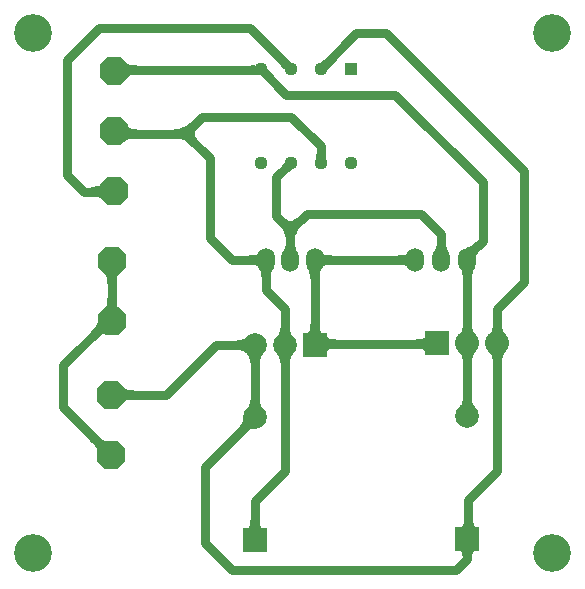
<source format=gbl>
%FSDAX23Y23*%
%MOIN*%
%SFA1B1*%

%IPPOS*%
%AMD12*
4,1,8,-0.047200,-0.019500,-0.019500,-0.047200,0.019500,-0.047200,0.047200,-0.019500,0.047200,0.019500,0.019500,0.047200,-0.019500,0.047200,-0.047200,0.019500,-0.047200,-0.019500,0.0*
%
%ADD10C,0.125980*%
%ADD11C,0.044490*%
G04~CAMADD=12~4~0.0~0.0~944.9~944.9~0.0~276.7~0~0.0~0.0~0.0~0.0~0~0.0~0.0~0.0~0.0~0~0.0~0.0~0.0~135.0~944.9~944.9*
%ADD12D12*%
%ADD13C,0.078740*%
%ADD14R,0.078740X0.078740*%
%ADD15R,0.044490X0.044490*%
%ADD16R,0.080320X0.080320*%
%ADD17C,0.080320*%
%ADD18R,0.079130X0.079130*%
%ADD19C,0.079130*%
%ADD20O,0.059060X0.078740*%
%ADD21O,0.059060X0.078740*%
%ADD22C,0.030000*%
%LNpcb1-1*%
%LPD*%
G36*
X00397Y00960D02*
X00398Y00949D01*
X00399Y00944*
X00400Y00940*
X00402Y00937*
X00404Y00934*
X00406Y00932*
X00408Y00931*
X00411Y00931*
X00351*
X00354Y00931*
X00357Y00932*
X00359Y00934*
X00361Y00937*
X00363Y00940*
X00364Y00944*
X00365Y00949*
X00366Y00954*
X00366Y00960*
X00366Y00967*
X00396*
X00397Y00960*
G37*
G36*
X01073Y00874D02*
X01074Y00869D01*
X01074Y00865*
X01075Y00861*
X01077Y00857*
X01078Y00855*
X01080Y00853*
X01083Y00851*
X01085Y00850*
X01088Y00850*
X01028*
X01031Y00850*
X01033Y00851*
X01036Y00853*
X01038Y00855*
X01039Y00857*
X01041Y00861*
X01042Y00865*
X01042Y00869*
X01043Y00874*
X01043Y00880*
X01073*
X01073Y00874*
G37*
G36*
X01682Y00876D02*
X01682Y00872D01*
X01683Y00868*
X01684Y00865*
X01685Y00862*
X01686Y00858*
X01688Y00855*
X01690Y00852*
X01692Y00850*
X01695Y00847*
X01638*
X01641Y00850*
X01643Y00852*
X01645Y00855*
X01647Y00858*
X01648Y00862*
X01649Y00865*
X01650Y00868*
X01651Y00872*
X01651Y00876*
X01651Y00880*
X01681*
X01682Y00876*
G37*
G36*
X01582D02*
X01582Y00872D01*
X01583Y00868*
X01584Y00865*
X01585Y00862*
X01586Y00858*
X01588Y00855*
X01590Y00852*
X01592Y00850*
X01595Y00847*
X01538*
X01541Y00850*
X01543Y00852*
X01545Y00855*
X01547Y00858*
X01548Y00862*
X01549Y00865*
X01550Y00868*
X01551Y00872*
X01551Y00876*
X01551Y00880*
X01581*
X01582Y00876*
G37*
G36*
X00362Y00843D02*
X00360Y00845D01*
X00358Y00847*
X00356Y00848*
X00353Y00848*
X00350Y00847*
X00346Y00845*
X00342Y00843*
X00338Y00839*
X00333Y00835*
X00328Y00830*
X00313Y00858*
X00318Y00863*
X00327Y00873*
X00330Y00878*
X00332Y00882*
X00334Y00887*
X00335Y00890*
X00336Y00894*
X00335Y00897*
X00334Y00900*
X00362Y00843*
G37*
G36*
X00974Y00867D02*
X00974Y00863D01*
X00975Y00860*
X00976Y00856*
X00977Y00853*
X00978Y00850*
X00980Y00847*
X00982Y00844*
X00984Y00841*
X00986Y00839*
X00931*
X00933Y00841*
X00935Y00844*
X00937Y00847*
X00939Y00850*
X00940Y00853*
X00942Y00856*
X00942Y00860*
X00943Y00863*
X00943Y00867*
X00944Y00871*
X00974*
X00974Y00867*
G37*
G36*
X01427Y00784D02*
X01426Y00787D01*
X01425Y00790*
X01424Y00792*
X01422Y00794*
X01419Y00796*
X01416Y00797*
X01412Y00798*
X01407Y00799*
X01402Y00799*
X01396Y00799*
Y00829*
X01402Y00830*
X01407Y00830*
X01412Y00831*
X01416Y00832*
X01419Y00833*
X01422Y00835*
X01424Y00837*
X01425Y00839*
X01426Y00842*
X01427Y00844*
Y00784*
G37*
G36*
X01098Y00842D02*
X01099Y00839D01*
X01101Y00837*
X01103Y00835*
X01105Y00833*
X01109Y00832*
X01113Y00831*
X01117Y00830*
X01122Y00830*
X01128Y00829*
Y00799*
X01122Y00799*
X01117Y00799*
X01113Y00798*
X01109Y00797*
X01105Y00796*
X01103Y00794*
X01101Y00792*
X01099Y00790*
X01098Y00787*
X01098Y00784*
Y00844*
X01098Y00842*
G37*
G36*
X00830Y00783D02*
X00828Y00785D01*
X00825Y00787*
X00822Y00789*
X00819Y00791*
X00816Y00792*
X00813Y00793*
X00809Y00794*
X00806Y00795*
X00802Y00795*
X00798Y00796*
Y00826*
X00802Y00826*
X00806Y00826*
X00809Y00827*
X00813Y00828*
X00816Y00829*
X00819Y00830*
X00822Y00832*
X00825Y00834*
X00828Y00836*
X00830Y00838*
Y00783*
G37*
G36*
X01692Y00787D02*
X01690Y00784D01*
X01688Y00781*
X01686Y00778*
X01685Y00775*
X01684Y00772*
X01683Y00768*
X01682Y00765*
X01682Y00761*
X01681Y00757*
X01651*
X01651Y00761*
X01651Y00765*
X01650Y00768*
X01649Y00772*
X01648Y00775*
X01647Y00778*
X01645Y00781*
X01643Y00784*
X01641Y00787*
X01638Y00790*
X01695*
X01692Y00787*
G37*
G36*
X01592D02*
X01590Y00784D01*
X01588Y00781*
X01586Y00778*
X01585Y00775*
X01584Y00772*
X01583Y00768*
X01582Y00765*
X01582Y00761*
X01581Y00757*
X01551*
X01551Y00761*
X01551Y00765*
X01550Y00768*
X01549Y00772*
X01548Y00775*
X01547Y00778*
X01545Y00781*
X01543Y00784*
X01541Y00787*
X01538Y00790*
X01595*
X01592Y00787*
G37*
G36*
X00984Y00780D02*
X00982Y00777D01*
X00980Y00774*
X00978Y00771*
X00977Y00768*
X00976Y00765*
X00975Y00761*
X00974Y00758*
X00974Y00754*
X00974Y00750*
X00944*
X00943Y00754*
X00943Y00758*
X00942Y00761*
X00942Y00765*
X00940Y00768*
X00939Y00771*
X00937Y00774*
X00935Y00777*
X00933Y00780*
X00931Y00782*
X00986*
X00984Y00780*
G37*
G36*
X00884D02*
X00882Y00777D01*
X00880Y00774*
X00878Y00771*
X00877Y00768*
X00876Y00765*
X00875Y00761*
X00874Y00758*
X00874Y00754*
X00874Y00750*
X00844*
X00843Y00754*
X00843Y00758*
X00842Y00761*
X00842Y00765*
X00840Y00768*
X00839Y00771*
X00837Y00774*
X00835Y00777*
X00833Y00780*
X00831Y00782*
X00886*
X00884Y00780*
G37*
G36*
X00419Y00672D02*
X00420Y00670D01*
X00421Y00668*
X00424Y00666*
X00427Y00664*
X00431Y00663*
X00436Y00662*
X00441Y00661*
X00448Y00660*
X00455Y00660*
Y00630*
X00448Y00630*
X00436Y00629*
X00431Y00628*
X00427Y00626*
X00424Y00625*
X00421Y00623*
X00420Y00621*
X00419Y00618*
X00418Y00615*
Y00675*
X00419Y00672*
G37*
G36*
X01582Y00632D02*
X01582Y00628D01*
X01583Y00624*
X01583Y00621*
X01585Y00618*
X01586Y00615*
X01588Y00612*
X01589Y00609*
X01592Y00606*
X01594Y00604*
X01539*
X01541Y00606*
X01543Y00609*
X01545Y00612*
X01547Y00615*
X01548Y00618*
X01549Y00621*
X01550Y00624*
X01551Y00628*
X01551Y00632*
X01551Y00636*
X01581*
X01582Y00632*
G37*
G36*
X00874Y00628D02*
X00874Y00624D01*
X00875Y00620*
X00876Y00617*
X00877Y00614*
X00878Y00611*
X00880Y00608*
X00882Y00605*
X00884Y00602*
X00886Y00600*
X00831*
X00833Y00602*
X00836Y00605*
X00837Y00608*
X00839Y00611*
X00840Y00614*
X00842Y00617*
X00842Y00620*
X00843Y00624*
X00843Y00628*
X00844Y00632*
X00874*
X00874Y00628*
G37*
G36*
X00858Y00532D02*
X00855Y00532D01*
X00851Y00532*
X00848Y00531*
X00845Y00530*
X00842Y00529*
X00838Y00527*
X00835Y00526*
X00832Y00523*
X00830Y00521*
X00827Y00519*
X00806Y00540*
X00808Y00543*
X00810Y00545*
X00813Y00548*
X00814Y00551*
X00816Y00555*
X00817Y00558*
X00818Y00561*
X00819Y00564*
X00819Y00568*
X00819Y00571*
X00858Y00532*
G37*
G36*
X00337Y00507D02*
X00348Y00498D01*
X00353Y00494*
X00357Y00492*
X00361Y00490*
X00365Y00490*
X00368Y00490*
X00370Y00490*
X00373Y00492*
X00330Y00450*
X00332Y00452*
X00333Y00455*
X00333Y00458*
X00332Y00462*
X00331Y00465*
X00328Y00470*
X00325Y00475*
X00321Y00480*
X00316Y00485*
X00310Y00491*
X00332Y00512*
X00337Y00507*
G37*
G36*
X01586Y00227D02*
X01586Y00222D01*
X01587Y00218*
X01588Y00214*
X01589Y00210*
X01591Y00208*
X01593Y00206*
X01595Y00204*
X01598Y00203*
X01600Y00203*
X01540*
X01543Y00203*
X01546Y00204*
X01548Y00206*
X01550Y00208*
X01552Y00210*
X01553Y00214*
X01554Y00218*
X01555Y00222*
X01555Y00227*
X01555Y00233*
X01585*
X01586Y00227*
G37*
G36*
X00874Y00223D02*
X00874Y00218D01*
X00875Y00214*
X00876Y00210*
X00877Y00206*
X00879Y00204*
X00881Y00202*
X00883Y00200*
X00886Y00199*
X00889Y00199*
X00829*
X00831Y00199*
X00834Y00200*
X00836Y00202*
X00838Y00204*
X00840Y00206*
X00841Y00210*
X00842Y00214*
X00843Y00218*
X00843Y00223*
X00844Y00229*
X00874*
X00874Y00223*
G37*
G36*
X01591Y00124D02*
X01589Y00123D01*
X01587Y00122*
X01586Y00120*
X01584Y00118*
X01583Y00115*
X01582Y00111*
X01582Y00107*
X01582Y00103*
X01581Y00098*
X01551*
X01551Y00103*
X01551Y00107*
X01550Y00111*
X01550Y00115*
X01549Y00118*
X01547Y00120*
X01546Y00122*
X01544Y00123*
X01542Y00124*
X01540Y00124*
X01593*
X01591Y00124*
G37*
G36*
X01109Y01741D02*
X01099Y01731D01*
X01077Y01753*
X01078Y01753*
X01078Y01753*
X01079Y01754*
X01080Y01755*
X01088Y01762*
X01109Y01741*
G37*
G36*
X00977Y01753D02*
X00955Y01731D01*
X00955Y01731*
X00954Y01731*
X00954Y01732*
X00952Y01734*
X00945Y01741*
X00967Y01762*
X00977Y01753*
G37*
G36*
X00863Y01713D02*
X00850Y01713D01*
X00845Y01743*
X00848Y01743*
X00858Y01743*
X00859Y01744*
X00859Y01744*
X00859Y01744*
X00863Y01713*
G37*
G36*
X00899Y01730D02*
X00900Y01730D01*
X00900Y01729*
X00902Y01727*
X00909Y01720*
X00888Y01699*
X00877Y01708*
X00899Y01730*
X00899Y01730*
G37*
G36*
X00426Y01755D02*
X00428Y01752D01*
X00430Y01750*
X00433Y01748*
X00437Y01747*
X00441Y01745*
X00446Y01744*
X00452Y01743*
X00459Y01743*
X00466Y01743*
Y01713*
X00460Y01713*
X00454Y01712*
X00449Y01712*
X00445Y01710*
X00441Y01709*
X00439Y01707*
X00437Y01706*
X00435Y01703*
X00435Y01701*
X00435Y01698*
X00425Y01758*
X00426Y01755*
G37*
G36*
X00436Y01542D02*
X00436Y01540D01*
X00438Y01538*
X00439Y01536*
X00442Y01534*
X00445Y01533*
X00450Y01532*
X00454Y01531*
X00460Y01530*
X00466Y01530*
Y01500*
X00459Y01500*
X00445Y01499*
X00440Y01498*
X00435Y01497*
X00431Y01495*
X00428Y01493*
X00425Y01491*
X00423Y01488*
X00422Y01485*
X00436Y01545*
X00436Y01542*
G37*
G36*
X00668Y01536D02*
X00664Y01532D01*
X00661Y01528*
X00659Y01524*
X00658Y01519*
X00657Y01515*
X00658Y01511*
X00659Y01507*
X00661Y01503*
X00664Y01498*
X00668Y01494*
X00640Y01479*
X00636Y01483*
X00632Y01487*
X00627Y01490*
X00622Y01493*
X00617Y01495*
X00612Y01497*
X00606Y01498*
X00601Y01499*
X00595Y01500*
X00589Y01500*
Y01530*
X00595Y01530*
X00601Y01531*
X00606Y01532*
X00612Y01534*
X00617Y01536*
X00622Y01538*
X00627Y01541*
X00632Y01544*
X00636Y01547*
X00640Y01551*
X00668Y01536*
G37*
G36*
X01093Y01434D02*
X01061D01*
X01062Y01434*
X01062Y01435*
X01062Y01435*
X01062Y01438*
X01062Y01448*
X01092*
X01093Y01434*
G37*
G36*
X00977Y01396D02*
X00977Y01396D01*
X00976Y01395*
X00976Y01395*
X00974Y01393*
X00967Y01386*
X00945Y01408*
X00955Y01418*
X00977Y01396*
G37*
G36*
X00349Y01292D02*
X00349Y01295D01*
X00348Y01298*
X00346Y01300*
X00343Y01302*
X00340Y01304*
X00336Y01305*
X00331Y01306*
X00325Y01307*
X00319Y01307*
X00312Y01307*
Y01337*
X00319Y01337*
X00331Y01339*
X00335Y01340*
X00339Y01341*
X00342Y01343*
X00345Y01345*
X00347Y01347*
X00348Y01349*
X00348Y01352*
X00349Y01292*
G37*
G36*
X01013Y01208D02*
X01009Y01204D01*
X01005Y01199*
X01002Y01194*
X00999Y01190*
X00997Y01185*
X00995Y01179*
X00993Y01174*
X00992Y01168*
X00992Y01163*
X00991Y01157*
X00992Y01153*
X00992Y01144*
X00993Y01139*
X00994Y01135*
X00995Y01132*
X00996Y01128*
X00997Y01125*
X00999Y01123*
X01000Y01120*
X00951*
X00953Y01123*
X00955Y01126*
X00956Y01129*
X00958Y01132*
X00959Y01136*
X00960Y01140*
X00961Y01145*
X00961Y01149*
X00961Y01158*
X00961Y01163*
X00961Y01168*
X00960Y01174*
X00958Y01179*
X00956Y01185*
X00954Y01190*
X00951Y01194*
X00948Y01199*
X00944Y01204*
X00940Y01208*
X00955Y01235*
X00960Y01232*
X00964Y01229*
X00968Y01227*
X00972Y01225*
X00976Y01225*
X00981Y01225*
X00985Y01227*
X00989Y01229*
X00993Y01232*
X00998Y01235*
X01013Y01208*
G37*
G36*
X01495Y01154D02*
X01496Y01144D01*
X01496Y01140*
X01497Y01136*
X01498Y01132*
X01500Y01129*
X01501Y01126*
X01503Y01123*
X01504Y01120*
X01455*
X01457Y01123*
X01459Y01126*
X01460Y01129*
X01461Y01132*
X01462Y01136*
X01463Y01140*
X01464Y01144*
X01465Y01154*
X01465Y01159*
X01495*
X01495Y01154*
G37*
G36*
X01615Y01135D02*
X01610Y01129D01*
X01601Y01118*
X01598Y01113*
X01595Y01109*
X01594Y01105*
X01593Y01102*
X01593Y01099*
X01594Y01096*
X01596Y01094*
X01555Y01131*
X01559Y01132*
X01567Y01136*
X01571Y01138*
X01578Y01142*
X01582Y01145*
X01589Y01151*
X01592Y01154*
X01615Y01135*
G37*
G36*
X01372Y01064D02*
X01371Y01067D01*
X01370Y01069*
X01368Y01072*
X01366Y01074*
X01362Y01075*
X01358Y01077*
X01353Y01078*
X01348Y01078*
X01341Y01079*
X01334Y01079*
Y01109*
X01341Y01109*
X01353Y01110*
X01358Y01111*
X01362Y01113*
X01366Y01114*
X01368Y01116*
X01370Y01119*
X01371Y01121*
X01372Y01124*
Y01064*
G37*
G36*
X01589Y01065D02*
X01588Y01062D01*
X01586Y01059*
X01585Y01056*
X01584Y01052*
X01583Y01048*
X01582Y01044*
X01582Y01034*
X01581Y01029*
X01551*
X01551Y01034*
X01551Y01044*
X01550Y01048*
X01549Y01052*
X01548Y01056*
X01547Y01059*
X01545Y01062*
X01544Y01065*
X01542Y01068*
X01591*
X01589Y01065*
G37*
G36*
X00875Y01068D02*
X00921D01*
X00919Y01065*
X00917Y01062*
X00916Y01059*
X00914Y01056*
X00913Y01052*
X00912Y01048*
X00912Y01044*
X00911Y01034*
X00911Y01029*
X00881*
X00881Y01034*
X00880Y01044*
X00879Y01048*
X00879Y01052*
X00878Y01056*
X00876Y01059*
X00875Y01062*
X00873Y01065*
X00871Y01068*
X00874*
X00873Y01069*
X00871Y01072*
X00869Y01074*
X00865Y01075*
X00861Y01077*
X00856Y01078*
X00850Y01078*
X00844Y01079*
X00837Y01079*
Y01109*
X00844Y01109*
X00856Y01110*
X00861Y01111*
X00865Y01113*
X00869Y01114*
X00871Y01116*
X00873Y01119*
X00874Y01121*
X00875Y01124*
Y01068*
G37*
G36*
X01079Y01121D02*
X01080Y01119D01*
X01082Y01116*
X01085Y01114*
X01088Y01113*
X01092Y01111*
X01097Y01110*
X01103Y01110*
X01109Y01109*
X01116Y01109*
Y01079*
X01109Y01079*
X01097Y01078*
X01092Y01077*
X01088Y01075*
X01085Y01074*
X01082Y01072*
X01080Y01069*
X01080Y01068*
X01082*
X01080Y01065*
X01079Y01063*
X01077Y01060*
X01076Y01056*
X01075Y01053*
X01074Y01049*
X01074Y01044*
X01073Y01035*
X01073Y01029*
X01043Y01029*
X01043Y01034*
X01042Y01043*
X01041Y01048*
X01040Y01052*
X01039Y01056*
X01038Y01059*
X01036Y01062*
X01035Y01065*
X01033Y01068*
X01079*
Y01124*
X01079Y01121*
G37*
G36*
X00408Y01049D02*
X00406Y01048D01*
X00404Y01046*
X00402Y01044*
X00400Y01040*
X00399Y01036*
X00398Y01032*
X00397Y01026*
X00397Y01020*
X00396Y01013*
X00366*
X00366Y01020*
X00365Y01032*
X00364Y01036*
X00363Y01040*
X00361Y01044*
X00359Y01046*
X00357Y01048*
X00354Y01049*
X00351Y01049*
X00411*
X00408Y01049*
G37*
G54D10*
X00118Y01850D03*
X01850D03*
Y00118D03*
X00118D03*
G54D11*
X00977Y01731D03*
X01077D03*
X00877D03*
Y01418D03*
X00977D03*
X01077D03*
X01177D03*
G54D12*
X00389Y01523D03*
Y01723D03*
Y01323D03*
X00377Y00445D03*
Y00645D03*
X00381Y00890D03*
Y01090D03*
G54D13*
X01566Y00575D03*
X00859Y00572D03*
G54D14*
X01566Y00164D03*
X00859Y00160D03*
G54D15*
X01177Y01731D03*
G54D16*
X01466Y00818D03*
G54D17*
X01566Y00818D03*
X01666D03*
G54D18*
X01059Y00811D03*
G54D19*
X00959Y00811D03*
X00859D03*
G54D20*
X00896Y01094D03*
X01057D03*
X01566D03*
X01393D03*
G54D21*
X00976Y01094D03*
X01480D03*
G54D22*
X01480Y01094D02*
Y01181D01*
X01413Y01248D02*
X01480Y01181D01*
X01031Y01248D02*
X01413D01*
X00929Y01370D02*
X00977Y01418D01*
X00929Y01241D02*
Y01370D01*
Y01241D02*
X00976Y01193D01*
X00389Y01728D02*
X00877D01*
X01326Y01645D02*
X01618Y01354D01*
X00962Y01645D02*
X01326D01*
X00877Y01731D02*
X00962Y01645D01*
X00980Y01570D02*
X01077Y01473D01*
X00681Y01570D02*
X00980D01*
X00625Y01515D02*
X00681Y01570D01*
X00625Y01515D02*
X00708Y01433D01*
X00397Y01515D02*
X00625D01*
X00708Y01167D02*
Y01433D01*
X00389Y01523D02*
X00397Y01515D01*
X00842Y01866D02*
X00977Y01731D01*
X00338Y01866D02*
X00842D01*
X00220Y00743D02*
X00367Y00890D01*
X00220Y00603D02*
Y00743D01*
X00367Y00890D02*
X00381D01*
X00220Y00603D02*
X00377Y00445D01*
X00381Y00890D02*
Y01090D01*
X01566Y00098D02*
Y00164D01*
X01527Y00059D02*
X01566Y00098D01*
X00783Y00059D02*
X01527D01*
X00692Y00149D02*
X00783Y00059D01*
X00692Y00149D02*
Y00405D01*
X00859Y00572*
X01570Y00168D02*
Y00295D01*
X01566Y00164D02*
X01570Y00168D01*
Y00295D02*
X01666Y00391D01*
Y00818*
X01566Y00575D02*
Y00818D01*
X01618Y01158D02*
Y01354D01*
X01755Y01019D02*
Y01389D01*
X01666Y00930D02*
X01755Y01019D01*
X01666Y00818D02*
Y00930D01*
X01566Y01094D02*
D01*
Y00818D02*
Y01094D01*
X01466Y00818D02*
X01473D01*
X01464D02*
X01466D01*
X01460Y00814D02*
X01464Y00818D01*
X01062Y00814D02*
X01460D01*
X01059Y00811D02*
X01062Y00814D01*
X00859Y00160D02*
Y00292D01*
X00959Y00392*
Y00811*
X00859Y00572D02*
Y00811D01*
X00377Y00645D02*
X00562D01*
X00728Y00811*
X00859*
X00959D02*
Y00930D01*
X00896Y00993D02*
X00959Y00930D01*
X00896Y00993D02*
Y01094D01*
X01058Y00811D02*
X01059Y00811D01*
X01058Y00811D02*
Y01093D01*
X01057Y01094D02*
X01058Y01093D01*
X00976Y01095D02*
Y01193D01*
X01031Y01248*
X01566Y01107D02*
X01618Y01158D01*
X01566Y01094D02*
Y01107D01*
X01057Y01094D02*
X01393D01*
X00708Y01167D02*
X00781Y01094D01*
X00896*
X00976D02*
X00976Y01095D01*
X00232Y01759D02*
X00338Y01866D01*
X00232Y01377D02*
Y01759D01*
Y01377D02*
X00287Y01322D01*
X00388*
X00389Y01323*
X01295Y01850D02*
X01755Y01389D01*
X01196Y01850D02*
X01295D01*
X01077Y01731D02*
X01196Y01850D01*
X01077Y01418D02*
Y01473D01*
M02*
</source>
